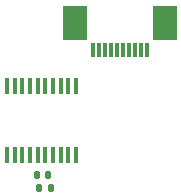
<source format=gbr>
%TF.GenerationSoftware,KiCad,Pcbnew,6.0.7-f9a2dced07~116~ubuntu20.04.1*%
%TF.CreationDate,2022-09-18T16:57:55+02:00*%
%TF.ProjectId,SRRReceiver,53525252-6563-4656-9976-65722e6b6963,rev?*%
%TF.SameCoordinates,Original*%
%TF.FileFunction,Paste,Bot*%
%TF.FilePolarity,Positive*%
%FSLAX46Y46*%
G04 Gerber Fmt 4.6, Leading zero omitted, Abs format (unit mm)*
G04 Created by KiCad (PCBNEW 6.0.7-f9a2dced07~116~ubuntu20.04.1) date 2022-09-18 16:57:55*
%MOMM*%
%LPD*%
G01*
G04 APERTURE LIST*
G04 Aperture macros list*
%AMRoundRect*
0 Rectangle with rounded corners*
0 $1 Rounding radius*
0 $2 $3 $4 $5 $6 $7 $8 $9 X,Y pos of 4 corners*
0 Add a 4 corners polygon primitive as box body*
4,1,4,$2,$3,$4,$5,$6,$7,$8,$9,$2,$3,0*
0 Add four circle primitives for the rounded corners*
1,1,$1+$1,$2,$3*
1,1,$1+$1,$4,$5*
1,1,$1+$1,$6,$7*
1,1,$1+$1,$8,$9*
0 Add four rect primitives between the rounded corners*
20,1,$1+$1,$2,$3,$4,$5,0*
20,1,$1+$1,$4,$5,$6,$7,0*
20,1,$1+$1,$6,$7,$8,$9,0*
20,1,$1+$1,$8,$9,$2,$3,0*%
G04 Aperture macros list end*
%ADD10R,0.450000X1.475000*%
%ADD11R,0.300000X1.250000*%
%ADD12R,2.000000X3.000000*%
%ADD13RoundRect,0.140000X-0.140000X-0.170000X0.140000X-0.170000X0.140000X0.170000X-0.140000X0.170000X0*%
G04 APERTURE END LIST*
D10*
%TO.C,IC1*%
X123025000Y-96238000D03*
X122375000Y-96238000D03*
X121725000Y-96238000D03*
X121075000Y-96238000D03*
X120425000Y-96238000D03*
X119775000Y-96238000D03*
X119125000Y-96238000D03*
X118475000Y-96238000D03*
X117825000Y-96238000D03*
X117175000Y-96238000D03*
X117175000Y-90362000D03*
X117825000Y-90362000D03*
X118475000Y-90362000D03*
X119125000Y-90362000D03*
X119775000Y-90362000D03*
X120425000Y-90362000D03*
X121075000Y-90362000D03*
X121725000Y-90362000D03*
X122375000Y-90362000D03*
X123025000Y-90362000D03*
%TD*%
D11*
%TO.C,J1*%
X124500000Y-87350000D03*
X125000000Y-87350000D03*
X125500000Y-87350000D03*
X126000000Y-87350000D03*
X126500000Y-87350000D03*
X127000000Y-87350000D03*
X127500000Y-87350000D03*
X128000000Y-87350000D03*
X128500000Y-87350000D03*
X129000000Y-87350000D03*
D12*
X122960000Y-85030000D03*
X130540000Y-85030000D03*
%TD*%
D13*
%TO.C,C9*%
X119920000Y-99000000D03*
X120880000Y-99000000D03*
%TD*%
%TO.C,C8*%
X119720000Y-97900000D03*
X120680000Y-97900000D03*
%TD*%
M02*

</source>
